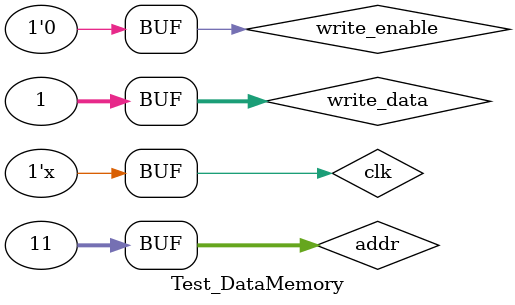
<source format=sv>
`timescale 1ns / 1ps

module Test_DataMemory();
    logic clk;
    logic[31:0] addr;
    logic write_enable;
    logic[31:0] write_data;
    logic[31:0] read_data;
    
    DataMemory data_memory(
        clk,
        addr,
        write_enable,
        write_data,
        read_data
    );
    
    always #1 clk = ~clk;
    
    initial begin
        clk=0;
        addr='d11;
        #5
        write_enable=1;
        #5
        write_data=1;
        #5
        write_enable=0;
    end
endmodule

</source>
